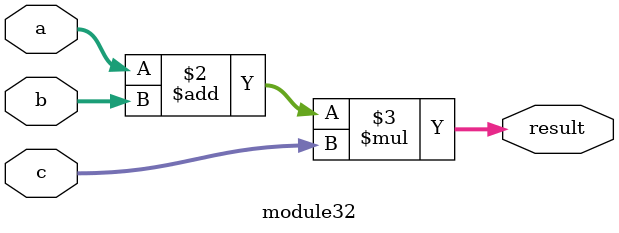
<source format=v>
module module32
#(parameter datawidth=120)

(input [datawidth-1:0] a,
input [datawidth-1:0] b, input [datawidth-1:0] c, 
output reg [2*datawidth-1:0] result);

always @(*)
begin
result = (a+b)*c;
end

endmodule


</source>
